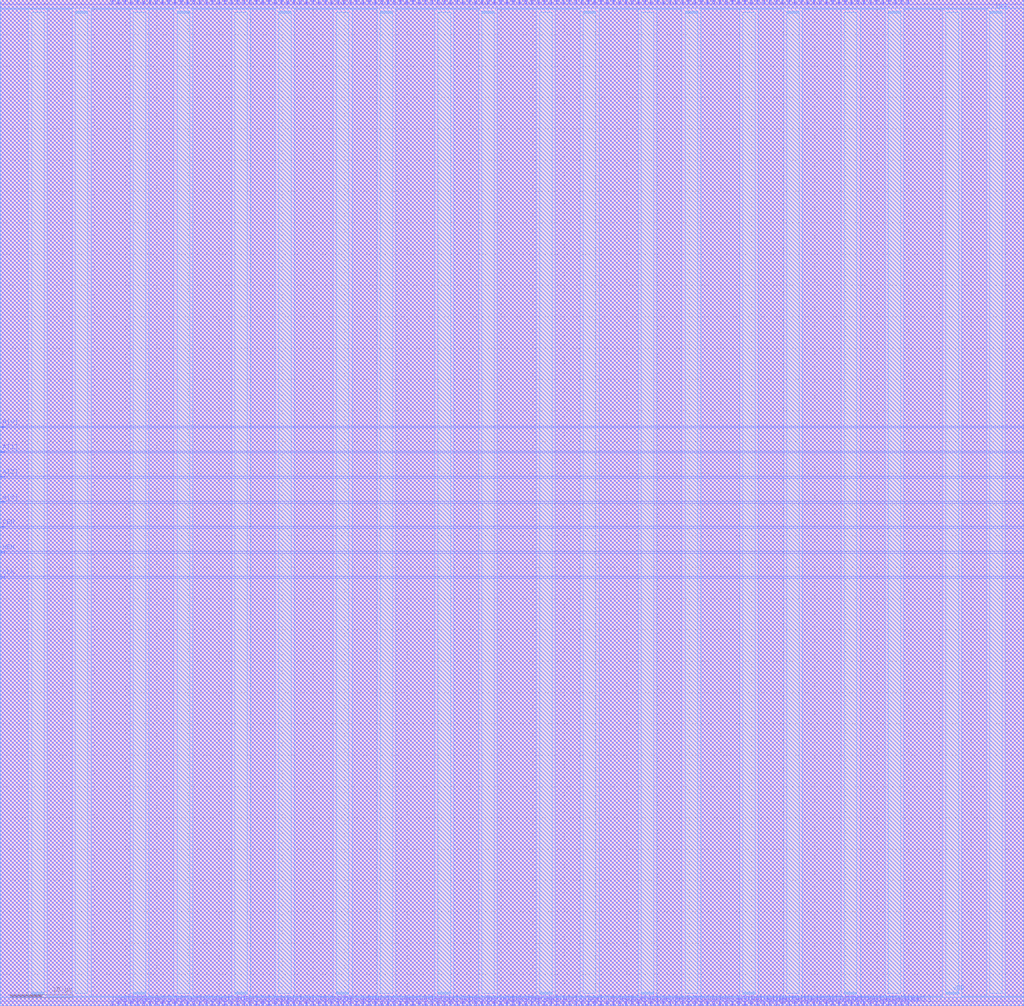
<source format=lef>
##
## LEF for PtnCells ;
## created by Innovus v15.23-s045_1 on Sat Mar 15 19:16:12 2025
##

VERSION 5.8 ;

BUSBITCHARS "[]" ;
DIVIDERCHAR "/" ;

MACRO sram_w8
  CLASS BLOCK ;
  SIZE 163.4000 BY 160.6000 ;
  FOREIGN sram_w8 0.0000 0.0000 ;
  ORIGIN 0 0 ;
  SYMMETRY X Y R90 ;
  PIN CLK
    DIRECTION INPUT ;
    USE SIGNAL ;
    PORT
      LAYER M3 ;
        RECT 0.0000 68.3500 0.6000 68.4500 ;
    END
  END CLK
  PIN D[127]
    DIRECTION INPUT ;
    USE SIGNAL ;
    PORT
      LAYER M2 ;
        RECT 144.8500 0.0000 144.9500 0.6000 ;
    END
  END D[127]
  PIN D[126]
    DIRECTION INPUT ;
    USE SIGNAL ;
    PORT
      LAYER M2 ;
        RECT 143.8500 0.0000 143.9500 0.6000 ;
    END
  END D[126]
  PIN D[125]
    DIRECTION INPUT ;
    USE SIGNAL ;
    PORT
      LAYER M2 ;
        RECT 142.8500 0.0000 142.9500 0.6000 ;
    END
  END D[125]
  PIN D[124]
    DIRECTION INPUT ;
    USE SIGNAL ;
    PORT
      LAYER M2 ;
        RECT 141.8500 0.0000 141.9500 0.6000 ;
    END
  END D[124]
  PIN D[123]
    DIRECTION INPUT ;
    USE SIGNAL ;
    PORT
      LAYER M2 ;
        RECT 140.8500 0.0000 140.9500 0.6000 ;
    END
  END D[123]
  PIN D[122]
    DIRECTION INPUT ;
    USE SIGNAL ;
    PORT
      LAYER M2 ;
        RECT 139.8500 0.0000 139.9500 0.6000 ;
    END
  END D[122]
  PIN D[121]
    DIRECTION INPUT ;
    USE SIGNAL ;
    PORT
      LAYER M2 ;
        RECT 138.8500 0.0000 138.9500 0.6000 ;
    END
  END D[121]
  PIN D[120]
    DIRECTION INPUT ;
    USE SIGNAL ;
    PORT
      LAYER M2 ;
        RECT 137.8500 0.0000 137.9500 0.6000 ;
    END
  END D[120]
  PIN D[119]
    DIRECTION INPUT ;
    USE SIGNAL ;
    PORT
      LAYER M2 ;
        RECT 136.8500 0.0000 136.9500 0.6000 ;
    END
  END D[119]
  PIN D[118]
    DIRECTION INPUT ;
    USE SIGNAL ;
    PORT
      LAYER M2 ;
        RECT 135.8500 0.0000 135.9500 0.6000 ;
    END
  END D[118]
  PIN D[117]
    DIRECTION INPUT ;
    USE SIGNAL ;
    PORT
      LAYER M2 ;
        RECT 134.8500 0.0000 134.9500 0.6000 ;
    END
  END D[117]
  PIN D[116]
    DIRECTION INPUT ;
    USE SIGNAL ;
    PORT
      LAYER M2 ;
        RECT 133.8500 0.0000 133.9500 0.6000 ;
    END
  END D[116]
  PIN D[115]
    DIRECTION INPUT ;
    USE SIGNAL ;
    PORT
      LAYER M2 ;
        RECT 132.8500 0.0000 132.9500 0.6000 ;
    END
  END D[115]
  PIN D[114]
    DIRECTION INPUT ;
    USE SIGNAL ;
    PORT
      LAYER M2 ;
        RECT 131.8500 0.0000 131.9500 0.6000 ;
    END
  END D[114]
  PIN D[113]
    DIRECTION INPUT ;
    USE SIGNAL ;
    PORT
      LAYER M2 ;
        RECT 130.8500 0.0000 130.9500 0.6000 ;
    END
  END D[113]
  PIN D[112]
    DIRECTION INPUT ;
    USE SIGNAL ;
    PORT
      LAYER M2 ;
        RECT 129.8500 0.0000 129.9500 0.6000 ;
    END
  END D[112]
  PIN D[111]
    DIRECTION INPUT ;
    USE SIGNAL ;
    PORT
      LAYER M2 ;
        RECT 128.8500 0.0000 128.9500 0.6000 ;
    END
  END D[111]
  PIN D[110]
    DIRECTION INPUT ;
    USE SIGNAL ;
    PORT
      LAYER M2 ;
        RECT 127.8500 0.0000 127.9500 0.6000 ;
    END
  END D[110]
  PIN D[109]
    DIRECTION INPUT ;
    USE SIGNAL ;
    PORT
      LAYER M2 ;
        RECT 126.8500 0.0000 126.9500 0.6000 ;
    END
  END D[109]
  PIN D[108]
    DIRECTION INPUT ;
    USE SIGNAL ;
    PORT
      LAYER M2 ;
        RECT 125.8500 0.0000 125.9500 0.6000 ;
    END
  END D[108]
  PIN D[107]
    DIRECTION INPUT ;
    USE SIGNAL ;
    PORT
      LAYER M2 ;
        RECT 124.8500 0.0000 124.9500 0.6000 ;
    END
  END D[107]
  PIN D[106]
    DIRECTION INPUT ;
    USE SIGNAL ;
    PORT
      LAYER M2 ;
        RECT 123.8500 0.0000 123.9500 0.6000 ;
    END
  END D[106]
  PIN D[105]
    DIRECTION INPUT ;
    USE SIGNAL ;
    PORT
      LAYER M2 ;
        RECT 122.8500 0.0000 122.9500 0.6000 ;
    END
  END D[105]
  PIN D[104]
    DIRECTION INPUT ;
    USE SIGNAL ;
    PORT
      LAYER M2 ;
        RECT 121.8500 0.0000 121.9500 0.6000 ;
    END
  END D[104]
  PIN D[103]
    DIRECTION INPUT ;
    USE SIGNAL ;
    PORT
      LAYER M2 ;
        RECT 120.8500 0.0000 120.9500 0.6000 ;
    END
  END D[103]
  PIN D[102]
    DIRECTION INPUT ;
    USE SIGNAL ;
    PORT
      LAYER M2 ;
        RECT 119.8500 0.0000 119.9500 0.6000 ;
    END
  END D[102]
  PIN D[101]
    DIRECTION INPUT ;
    USE SIGNAL ;
    PORT
      LAYER M2 ;
        RECT 118.8500 0.0000 118.9500 0.6000 ;
    END
  END D[101]
  PIN D[100]
    DIRECTION INPUT ;
    USE SIGNAL ;
    PORT
      LAYER M2 ;
        RECT 117.8500 0.0000 117.9500 0.6000 ;
    END
  END D[100]
  PIN D[99]
    DIRECTION INPUT ;
    USE SIGNAL ;
    PORT
      LAYER M2 ;
        RECT 116.8500 0.0000 116.9500 0.6000 ;
    END
  END D[99]
  PIN D[98]
    DIRECTION INPUT ;
    USE SIGNAL ;
    PORT
      LAYER M2 ;
        RECT 115.8500 0.0000 115.9500 0.6000 ;
    END
  END D[98]
  PIN D[97]
    DIRECTION INPUT ;
    USE SIGNAL ;
    PORT
      LAYER M2 ;
        RECT 114.8500 0.0000 114.9500 0.6000 ;
    END
  END D[97]
  PIN D[96]
    DIRECTION INPUT ;
    USE SIGNAL ;
    PORT
      LAYER M2 ;
        RECT 113.8500 0.0000 113.9500 0.6000 ;
    END
  END D[96]
  PIN D[95]
    DIRECTION INPUT ;
    USE SIGNAL ;
    PORT
      LAYER M2 ;
        RECT 112.8500 0.0000 112.9500 0.6000 ;
    END
  END D[95]
  PIN D[94]
    DIRECTION INPUT ;
    USE SIGNAL ;
    PORT
      LAYER M2 ;
        RECT 111.8500 0.0000 111.9500 0.6000 ;
    END
  END D[94]
  PIN D[93]
    DIRECTION INPUT ;
    USE SIGNAL ;
    PORT
      LAYER M2 ;
        RECT 110.8500 0.0000 110.9500 0.6000 ;
    END
  END D[93]
  PIN D[92]
    DIRECTION INPUT ;
    USE SIGNAL ;
    PORT
      LAYER M2 ;
        RECT 109.8500 0.0000 109.9500 0.6000 ;
    END
  END D[92]
  PIN D[91]
    DIRECTION INPUT ;
    USE SIGNAL ;
    PORT
      LAYER M2 ;
        RECT 108.8500 0.0000 108.9500 0.6000 ;
    END
  END D[91]
  PIN D[90]
    DIRECTION INPUT ;
    USE SIGNAL ;
    PORT
      LAYER M2 ;
        RECT 107.8500 0.0000 107.9500 0.6000 ;
    END
  END D[90]
  PIN D[89]
    DIRECTION INPUT ;
    USE SIGNAL ;
    PORT
      LAYER M2 ;
        RECT 106.8500 0.0000 106.9500 0.6000 ;
    END
  END D[89]
  PIN D[88]
    DIRECTION INPUT ;
    USE SIGNAL ;
    PORT
      LAYER M2 ;
        RECT 105.8500 0.0000 105.9500 0.6000 ;
    END
  END D[88]
  PIN D[87]
    DIRECTION INPUT ;
    USE SIGNAL ;
    PORT
      LAYER M2 ;
        RECT 104.8500 0.0000 104.9500 0.6000 ;
    END
  END D[87]
  PIN D[86]
    DIRECTION INPUT ;
    USE SIGNAL ;
    PORT
      LAYER M2 ;
        RECT 103.8500 0.0000 103.9500 0.6000 ;
    END
  END D[86]
  PIN D[85]
    DIRECTION INPUT ;
    USE SIGNAL ;
    PORT
      LAYER M2 ;
        RECT 102.8500 0.0000 102.9500 0.6000 ;
    END
  END D[85]
  PIN D[84]
    DIRECTION INPUT ;
    USE SIGNAL ;
    PORT
      LAYER M2 ;
        RECT 101.8500 0.0000 101.9500 0.6000 ;
    END
  END D[84]
  PIN D[83]
    DIRECTION INPUT ;
    USE SIGNAL ;
    PORT
      LAYER M2 ;
        RECT 100.8500 0.0000 100.9500 0.6000 ;
    END
  END D[83]
  PIN D[82]
    DIRECTION INPUT ;
    USE SIGNAL ;
    PORT
      LAYER M2 ;
        RECT 99.8500 0.0000 99.9500 0.6000 ;
    END
  END D[82]
  PIN D[81]
    DIRECTION INPUT ;
    USE SIGNAL ;
    PORT
      LAYER M2 ;
        RECT 98.8500 0.0000 98.9500 0.6000 ;
    END
  END D[81]
  PIN D[80]
    DIRECTION INPUT ;
    USE SIGNAL ;
    PORT
      LAYER M2 ;
        RECT 97.8500 0.0000 97.9500 0.6000 ;
    END
  END D[80]
  PIN D[79]
    DIRECTION INPUT ;
    USE SIGNAL ;
    PORT
      LAYER M2 ;
        RECT 96.8500 0.0000 96.9500 0.6000 ;
    END
  END D[79]
  PIN D[78]
    DIRECTION INPUT ;
    USE SIGNAL ;
    PORT
      LAYER M2 ;
        RECT 95.8500 0.0000 95.9500 0.6000 ;
    END
  END D[78]
  PIN D[77]
    DIRECTION INPUT ;
    USE SIGNAL ;
    PORT
      LAYER M2 ;
        RECT 94.8500 0.0000 94.9500 0.6000 ;
    END
  END D[77]
  PIN D[76]
    DIRECTION INPUT ;
    USE SIGNAL ;
    PORT
      LAYER M2 ;
        RECT 93.8500 0.0000 93.9500 0.6000 ;
    END
  END D[76]
  PIN D[75]
    DIRECTION INPUT ;
    USE SIGNAL ;
    PORT
      LAYER M2 ;
        RECT 92.8500 0.0000 92.9500 0.6000 ;
    END
  END D[75]
  PIN D[74]
    DIRECTION INPUT ;
    USE SIGNAL ;
    PORT
      LAYER M2 ;
        RECT 91.8500 0.0000 91.9500 0.6000 ;
    END
  END D[74]
  PIN D[73]
    DIRECTION INPUT ;
    USE SIGNAL ;
    PORT
      LAYER M2 ;
        RECT 90.8500 0.0000 90.9500 0.6000 ;
    END
  END D[73]
  PIN D[72]
    DIRECTION INPUT ;
    USE SIGNAL ;
    PORT
      LAYER M2 ;
        RECT 89.8500 0.0000 89.9500 0.6000 ;
    END
  END D[72]
  PIN D[71]
    DIRECTION INPUT ;
    USE SIGNAL ;
    PORT
      LAYER M2 ;
        RECT 88.8500 0.0000 88.9500 0.6000 ;
    END
  END D[71]
  PIN D[70]
    DIRECTION INPUT ;
    USE SIGNAL ;
    PORT
      LAYER M2 ;
        RECT 87.8500 0.0000 87.9500 0.6000 ;
    END
  END D[70]
  PIN D[69]
    DIRECTION INPUT ;
    USE SIGNAL ;
    PORT
      LAYER M2 ;
        RECT 86.8500 0.0000 86.9500 0.6000 ;
    END
  END D[69]
  PIN D[68]
    DIRECTION INPUT ;
    USE SIGNAL ;
    PORT
      LAYER M2 ;
        RECT 85.8500 0.0000 85.9500 0.6000 ;
    END
  END D[68]
  PIN D[67]
    DIRECTION INPUT ;
    USE SIGNAL ;
    PORT
      LAYER M2 ;
        RECT 84.8500 0.0000 84.9500 0.6000 ;
    END
  END D[67]
  PIN D[66]
    DIRECTION INPUT ;
    USE SIGNAL ;
    PORT
      LAYER M2 ;
        RECT 83.8500 0.0000 83.9500 0.6000 ;
    END
  END D[66]
  PIN D[65]
    DIRECTION INPUT ;
    USE SIGNAL ;
    PORT
      LAYER M2 ;
        RECT 82.8500 0.0000 82.9500 0.6000 ;
    END
  END D[65]
  PIN D[64]
    DIRECTION INPUT ;
    USE SIGNAL ;
    PORT
      LAYER M2 ;
        RECT 81.8500 0.0000 81.9500 0.6000 ;
    END
  END D[64]
  PIN D[63]
    DIRECTION INPUT ;
    USE SIGNAL ;
    PORT
      LAYER M2 ;
        RECT 80.8500 0.0000 80.9500 0.6000 ;
    END
  END D[63]
  PIN D[62]
    DIRECTION INPUT ;
    USE SIGNAL ;
    PORT
      LAYER M2 ;
        RECT 79.8500 0.0000 79.9500 0.6000 ;
    END
  END D[62]
  PIN D[61]
    DIRECTION INPUT ;
    USE SIGNAL ;
    PORT
      LAYER M2 ;
        RECT 78.8500 0.0000 78.9500 0.6000 ;
    END
  END D[61]
  PIN D[60]
    DIRECTION INPUT ;
    USE SIGNAL ;
    PORT
      LAYER M2 ;
        RECT 77.8500 0.0000 77.9500 0.6000 ;
    END
  END D[60]
  PIN D[59]
    DIRECTION INPUT ;
    USE SIGNAL ;
    PORT
      LAYER M2 ;
        RECT 76.8500 0.0000 76.9500 0.6000 ;
    END
  END D[59]
  PIN D[58]
    DIRECTION INPUT ;
    USE SIGNAL ;
    PORT
      LAYER M2 ;
        RECT 75.8500 0.0000 75.9500 0.6000 ;
    END
  END D[58]
  PIN D[57]
    DIRECTION INPUT ;
    USE SIGNAL ;
    PORT
      LAYER M2 ;
        RECT 74.8500 0.0000 74.9500 0.6000 ;
    END
  END D[57]
  PIN D[56]
    DIRECTION INPUT ;
    USE SIGNAL ;
    PORT
      LAYER M2 ;
        RECT 73.8500 0.0000 73.9500 0.6000 ;
    END
  END D[56]
  PIN D[55]
    DIRECTION INPUT ;
    USE SIGNAL ;
    PORT
      LAYER M2 ;
        RECT 72.8500 0.0000 72.9500 0.6000 ;
    END
  END D[55]
  PIN D[54]
    DIRECTION INPUT ;
    USE SIGNAL ;
    PORT
      LAYER M2 ;
        RECT 71.8500 0.0000 71.9500 0.6000 ;
    END
  END D[54]
  PIN D[53]
    DIRECTION INPUT ;
    USE SIGNAL ;
    PORT
      LAYER M2 ;
        RECT 70.8500 0.0000 70.9500 0.6000 ;
    END
  END D[53]
  PIN D[52]
    DIRECTION INPUT ;
    USE SIGNAL ;
    PORT
      LAYER M2 ;
        RECT 69.8500 0.0000 69.9500 0.6000 ;
    END
  END D[52]
  PIN D[51]
    DIRECTION INPUT ;
    USE SIGNAL ;
    PORT
      LAYER M2 ;
        RECT 68.8500 0.0000 68.9500 0.6000 ;
    END
  END D[51]
  PIN D[50]
    DIRECTION INPUT ;
    USE SIGNAL ;
    PORT
      LAYER M2 ;
        RECT 67.8500 0.0000 67.9500 0.6000 ;
    END
  END D[50]
  PIN D[49]
    DIRECTION INPUT ;
    USE SIGNAL ;
    PORT
      LAYER M2 ;
        RECT 66.8500 0.0000 66.9500 0.6000 ;
    END
  END D[49]
  PIN D[48]
    DIRECTION INPUT ;
    USE SIGNAL ;
    PORT
      LAYER M2 ;
        RECT 65.8500 0.0000 65.9500 0.6000 ;
    END
  END D[48]
  PIN D[47]
    DIRECTION INPUT ;
    USE SIGNAL ;
    PORT
      LAYER M2 ;
        RECT 64.8500 0.0000 64.9500 0.6000 ;
    END
  END D[47]
  PIN D[46]
    DIRECTION INPUT ;
    USE SIGNAL ;
    PORT
      LAYER M2 ;
        RECT 63.8500 0.0000 63.9500 0.6000 ;
    END
  END D[46]
  PIN D[45]
    DIRECTION INPUT ;
    USE SIGNAL ;
    PORT
      LAYER M2 ;
        RECT 62.8500 0.0000 62.9500 0.6000 ;
    END
  END D[45]
  PIN D[44]
    DIRECTION INPUT ;
    USE SIGNAL ;
    PORT
      LAYER M2 ;
        RECT 61.8500 0.0000 61.9500 0.6000 ;
    END
  END D[44]
  PIN D[43]
    DIRECTION INPUT ;
    USE SIGNAL ;
    PORT
      LAYER M2 ;
        RECT 60.8500 0.0000 60.9500 0.6000 ;
    END
  END D[43]
  PIN D[42]
    DIRECTION INPUT ;
    USE SIGNAL ;
    PORT
      LAYER M2 ;
        RECT 59.8500 0.0000 59.9500 0.6000 ;
    END
  END D[42]
  PIN D[41]
    DIRECTION INPUT ;
    USE SIGNAL ;
    PORT
      LAYER M2 ;
        RECT 58.8500 0.0000 58.9500 0.6000 ;
    END
  END D[41]
  PIN D[40]
    DIRECTION INPUT ;
    USE SIGNAL ;
    PORT
      LAYER M2 ;
        RECT 57.8500 0.0000 57.9500 0.6000 ;
    END
  END D[40]
  PIN D[39]
    DIRECTION INPUT ;
    USE SIGNAL ;
    PORT
      LAYER M2 ;
        RECT 56.8500 0.0000 56.9500 0.6000 ;
    END
  END D[39]
  PIN D[38]
    DIRECTION INPUT ;
    USE SIGNAL ;
    PORT
      LAYER M2 ;
        RECT 55.8500 0.0000 55.9500 0.6000 ;
    END
  END D[38]
  PIN D[37]
    DIRECTION INPUT ;
    USE SIGNAL ;
    PORT
      LAYER M2 ;
        RECT 54.8500 0.0000 54.9500 0.6000 ;
    END
  END D[37]
  PIN D[36]
    DIRECTION INPUT ;
    USE SIGNAL ;
    PORT
      LAYER M2 ;
        RECT 53.8500 0.0000 53.9500 0.6000 ;
    END
  END D[36]
  PIN D[35]
    DIRECTION INPUT ;
    USE SIGNAL ;
    PORT
      LAYER M2 ;
        RECT 52.8500 0.0000 52.9500 0.6000 ;
    END
  END D[35]
  PIN D[34]
    DIRECTION INPUT ;
    USE SIGNAL ;
    PORT
      LAYER M2 ;
        RECT 51.8500 0.0000 51.9500 0.6000 ;
    END
  END D[34]
  PIN D[33]
    DIRECTION INPUT ;
    USE SIGNAL ;
    PORT
      LAYER M2 ;
        RECT 50.8500 0.0000 50.9500 0.6000 ;
    END
  END D[33]
  PIN D[32]
    DIRECTION INPUT ;
    USE SIGNAL ;
    PORT
      LAYER M2 ;
        RECT 49.8500 0.0000 49.9500 0.6000 ;
    END
  END D[32]
  PIN D[31]
    DIRECTION INPUT ;
    USE SIGNAL ;
    PORT
      LAYER M2 ;
        RECT 48.8500 0.0000 48.9500 0.6000 ;
    END
  END D[31]
  PIN D[30]
    DIRECTION INPUT ;
    USE SIGNAL ;
    PORT
      LAYER M2 ;
        RECT 47.8500 0.0000 47.9500 0.6000 ;
    END
  END D[30]
  PIN D[29]
    DIRECTION INPUT ;
    USE SIGNAL ;
    PORT
      LAYER M2 ;
        RECT 46.8500 0.0000 46.9500 0.6000 ;
    END
  END D[29]
  PIN D[28]
    DIRECTION INPUT ;
    USE SIGNAL ;
    PORT
      LAYER M2 ;
        RECT 45.8500 0.0000 45.9500 0.6000 ;
    END
  END D[28]
  PIN D[27]
    DIRECTION INPUT ;
    USE SIGNAL ;
    PORT
      LAYER M2 ;
        RECT 44.8500 0.0000 44.9500 0.6000 ;
    END
  END D[27]
  PIN D[26]
    DIRECTION INPUT ;
    USE SIGNAL ;
    PORT
      LAYER M2 ;
        RECT 43.8500 0.0000 43.9500 0.6000 ;
    END
  END D[26]
  PIN D[25]
    DIRECTION INPUT ;
    USE SIGNAL ;
    PORT
      LAYER M2 ;
        RECT 42.8500 0.0000 42.9500 0.6000 ;
    END
  END D[25]
  PIN D[24]
    DIRECTION INPUT ;
    USE SIGNAL ;
    PORT
      LAYER M2 ;
        RECT 41.8500 0.0000 41.9500 0.6000 ;
    END
  END D[24]
  PIN D[23]
    DIRECTION INPUT ;
    USE SIGNAL ;
    PORT
      LAYER M2 ;
        RECT 40.8500 0.0000 40.9500 0.6000 ;
    END
  END D[23]
  PIN D[22]
    DIRECTION INPUT ;
    USE SIGNAL ;
    PORT
      LAYER M2 ;
        RECT 39.8500 0.0000 39.9500 0.6000 ;
    END
  END D[22]
  PIN D[21]
    DIRECTION INPUT ;
    USE SIGNAL ;
    PORT
      LAYER M2 ;
        RECT 38.8500 0.0000 38.9500 0.6000 ;
    END
  END D[21]
  PIN D[20]
    DIRECTION INPUT ;
    USE SIGNAL ;
    PORT
      LAYER M2 ;
        RECT 37.8500 0.0000 37.9500 0.6000 ;
    END
  END D[20]
  PIN D[19]
    DIRECTION INPUT ;
    USE SIGNAL ;
    PORT
      LAYER M2 ;
        RECT 36.8500 0.0000 36.9500 0.6000 ;
    END
  END D[19]
  PIN D[18]
    DIRECTION INPUT ;
    USE SIGNAL ;
    PORT
      LAYER M2 ;
        RECT 35.8500 0.0000 35.9500 0.6000 ;
    END
  END D[18]
  PIN D[17]
    DIRECTION INPUT ;
    USE SIGNAL ;
    PORT
      LAYER M2 ;
        RECT 34.8500 0.0000 34.9500 0.6000 ;
    END
  END D[17]
  PIN D[16]
    DIRECTION INPUT ;
    USE SIGNAL ;
    PORT
      LAYER M2 ;
        RECT 33.8500 0.0000 33.9500 0.6000 ;
    END
  END D[16]
  PIN D[15]
    DIRECTION INPUT ;
    USE SIGNAL ;
    PORT
      LAYER M2 ;
        RECT 32.8500 0.0000 32.9500 0.6000 ;
    END
  END D[15]
  PIN D[14]
    DIRECTION INPUT ;
    USE SIGNAL ;
    PORT
      LAYER M2 ;
        RECT 31.8500 0.0000 31.9500 0.6000 ;
    END
  END D[14]
  PIN D[13]
    DIRECTION INPUT ;
    USE SIGNAL ;
    PORT
      LAYER M2 ;
        RECT 30.8500 0.0000 30.9500 0.6000 ;
    END
  END D[13]
  PIN D[12]
    DIRECTION INPUT ;
    USE SIGNAL ;
    PORT
      LAYER M2 ;
        RECT 29.8500 0.0000 29.9500 0.6000 ;
    END
  END D[12]
  PIN D[11]
    DIRECTION INPUT ;
    USE SIGNAL ;
    PORT
      LAYER M2 ;
        RECT 28.8500 0.0000 28.9500 0.6000 ;
    END
  END D[11]
  PIN D[10]
    DIRECTION INPUT ;
    USE SIGNAL ;
    PORT
      LAYER M2 ;
        RECT 27.8500 0.0000 27.9500 0.6000 ;
    END
  END D[10]
  PIN D[9]
    DIRECTION INPUT ;
    USE SIGNAL ;
    PORT
      LAYER M2 ;
        RECT 26.8500 0.0000 26.9500 0.6000 ;
    END
  END D[9]
  PIN D[8]
    DIRECTION INPUT ;
    USE SIGNAL ;
    PORT
      LAYER M2 ;
        RECT 25.8500 0.0000 25.9500 0.6000 ;
    END
  END D[8]
  PIN D[7]
    DIRECTION INPUT ;
    USE SIGNAL ;
    PORT
      LAYER M2 ;
        RECT 24.8500 0.0000 24.9500 0.6000 ;
    END
  END D[7]
  PIN D[6]
    DIRECTION INPUT ;
    USE SIGNAL ;
    PORT
      LAYER M2 ;
        RECT 23.8500 0.0000 23.9500 0.6000 ;
    END
  END D[6]
  PIN D[5]
    DIRECTION INPUT ;
    USE SIGNAL ;
    PORT
      LAYER M2 ;
        RECT 22.8500 0.0000 22.9500 0.6000 ;
    END
  END D[5]
  PIN D[4]
    DIRECTION INPUT ;
    USE SIGNAL ;
    PORT
      LAYER M2 ;
        RECT 21.8500 0.0000 21.9500 0.6000 ;
    END
  END D[4]
  PIN D[3]
    DIRECTION INPUT ;
    USE SIGNAL ;
    PORT
      LAYER M2 ;
        RECT 20.8500 0.0000 20.9500 0.6000 ;
    END
  END D[3]
  PIN D[2]
    DIRECTION INPUT ;
    USE SIGNAL ;
    PORT
      LAYER M2 ;
        RECT 19.8500 0.0000 19.9500 0.6000 ;
    END
  END D[2]
  PIN D[1]
    DIRECTION INPUT ;
    USE SIGNAL ;
    PORT
      LAYER M2 ;
        RECT 18.8500 0.0000 18.9500 0.6000 ;
    END
  END D[1]
  PIN D[0]
    DIRECTION INPUT ;
    USE SIGNAL ;
    PORT
      LAYER M2 ;
        RECT 17.8500 0.0000 17.9500 0.6000 ;
    END
  END D[0]
  PIN Q[127]
    DIRECTION OUTPUT ;
    USE SIGNAL ;
    PORT
      LAYER M2 ;
        RECT 144.8500 160.0000 144.9500 160.6000 ;
    END
  END Q[127]
  PIN Q[126]
    DIRECTION OUTPUT ;
    USE SIGNAL ;
    PORT
      LAYER M2 ;
        RECT 143.8500 160.0000 143.9500 160.6000 ;
    END
  END Q[126]
  PIN Q[125]
    DIRECTION OUTPUT ;
    USE SIGNAL ;
    PORT
      LAYER M2 ;
        RECT 142.8500 160.0000 142.9500 160.6000 ;
    END
  END Q[125]
  PIN Q[124]
    DIRECTION OUTPUT ;
    USE SIGNAL ;
    PORT
      LAYER M2 ;
        RECT 141.8500 160.0000 141.9500 160.6000 ;
    END
  END Q[124]
  PIN Q[123]
    DIRECTION OUTPUT ;
    USE SIGNAL ;
    PORT
      LAYER M2 ;
        RECT 140.8500 160.0000 140.9500 160.6000 ;
    END
  END Q[123]
  PIN Q[122]
    DIRECTION OUTPUT ;
    USE SIGNAL ;
    PORT
      LAYER M2 ;
        RECT 139.8500 160.0000 139.9500 160.6000 ;
    END
  END Q[122]
  PIN Q[121]
    DIRECTION OUTPUT ;
    USE SIGNAL ;
    PORT
      LAYER M2 ;
        RECT 138.8500 160.0000 138.9500 160.6000 ;
    END
  END Q[121]
  PIN Q[120]
    DIRECTION OUTPUT ;
    USE SIGNAL ;
    PORT
      LAYER M2 ;
        RECT 137.8500 160.0000 137.9500 160.6000 ;
    END
  END Q[120]
  PIN Q[119]
    DIRECTION OUTPUT ;
    USE SIGNAL ;
    PORT
      LAYER M2 ;
        RECT 136.8500 160.0000 136.9500 160.6000 ;
    END
  END Q[119]
  PIN Q[118]
    DIRECTION OUTPUT ;
    USE SIGNAL ;
    PORT
      LAYER M2 ;
        RECT 135.8500 160.0000 135.9500 160.6000 ;
    END
  END Q[118]
  PIN Q[117]
    DIRECTION OUTPUT ;
    USE SIGNAL ;
    PORT
      LAYER M2 ;
        RECT 134.8500 160.0000 134.9500 160.6000 ;
    END
  END Q[117]
  PIN Q[116]
    DIRECTION OUTPUT ;
    USE SIGNAL ;
    PORT
      LAYER M2 ;
        RECT 133.8500 160.0000 133.9500 160.6000 ;
    END
  END Q[116]
  PIN Q[115]
    DIRECTION OUTPUT ;
    USE SIGNAL ;
    PORT
      LAYER M2 ;
        RECT 132.8500 160.0000 132.9500 160.6000 ;
    END
  END Q[115]
  PIN Q[114]
    DIRECTION OUTPUT ;
    USE SIGNAL ;
    PORT
      LAYER M2 ;
        RECT 131.8500 160.0000 131.9500 160.6000 ;
    END
  END Q[114]
  PIN Q[113]
    DIRECTION OUTPUT ;
    USE SIGNAL ;
    PORT
      LAYER M2 ;
        RECT 130.8500 160.0000 130.9500 160.6000 ;
    END
  END Q[113]
  PIN Q[112]
    DIRECTION OUTPUT ;
    USE SIGNAL ;
    PORT
      LAYER M2 ;
        RECT 129.8500 160.0000 129.9500 160.6000 ;
    END
  END Q[112]
  PIN Q[111]
    DIRECTION OUTPUT ;
    USE SIGNAL ;
    PORT
      LAYER M2 ;
        RECT 128.8500 160.0000 128.9500 160.6000 ;
    END
  END Q[111]
  PIN Q[110]
    DIRECTION OUTPUT ;
    USE SIGNAL ;
    PORT
      LAYER M2 ;
        RECT 127.8500 160.0000 127.9500 160.6000 ;
    END
  END Q[110]
  PIN Q[109]
    DIRECTION OUTPUT ;
    USE SIGNAL ;
    PORT
      LAYER M2 ;
        RECT 126.8500 160.0000 126.9500 160.6000 ;
    END
  END Q[109]
  PIN Q[108]
    DIRECTION OUTPUT ;
    USE SIGNAL ;
    PORT
      LAYER M2 ;
        RECT 125.8500 160.0000 125.9500 160.6000 ;
    END
  END Q[108]
  PIN Q[107]
    DIRECTION OUTPUT ;
    USE SIGNAL ;
    PORT
      LAYER M2 ;
        RECT 124.8500 160.0000 124.9500 160.6000 ;
    END
  END Q[107]
  PIN Q[106]
    DIRECTION OUTPUT ;
    USE SIGNAL ;
    PORT
      LAYER M2 ;
        RECT 123.8500 160.0000 123.9500 160.6000 ;
    END
  END Q[106]
  PIN Q[105]
    DIRECTION OUTPUT ;
    USE SIGNAL ;
    PORT
      LAYER M2 ;
        RECT 122.8500 160.0000 122.9500 160.6000 ;
    END
  END Q[105]
  PIN Q[104]
    DIRECTION OUTPUT ;
    USE SIGNAL ;
    PORT
      LAYER M2 ;
        RECT 121.8500 160.0000 121.9500 160.6000 ;
    END
  END Q[104]
  PIN Q[103]
    DIRECTION OUTPUT ;
    USE SIGNAL ;
    PORT
      LAYER M2 ;
        RECT 120.8500 160.0000 120.9500 160.6000 ;
    END
  END Q[103]
  PIN Q[102]
    DIRECTION OUTPUT ;
    USE SIGNAL ;
    PORT
      LAYER M2 ;
        RECT 119.8500 160.0000 119.9500 160.6000 ;
    END
  END Q[102]
  PIN Q[101]
    DIRECTION OUTPUT ;
    USE SIGNAL ;
    PORT
      LAYER M2 ;
        RECT 118.8500 160.0000 118.9500 160.6000 ;
    END
  END Q[101]
  PIN Q[100]
    DIRECTION OUTPUT ;
    USE SIGNAL ;
    PORT
      LAYER M2 ;
        RECT 117.8500 160.0000 117.9500 160.6000 ;
    END
  END Q[100]
  PIN Q[99]
    DIRECTION OUTPUT ;
    USE SIGNAL ;
    PORT
      LAYER M2 ;
        RECT 116.8500 160.0000 116.9500 160.6000 ;
    END
  END Q[99]
  PIN Q[98]
    DIRECTION OUTPUT ;
    USE SIGNAL ;
    PORT
      LAYER M2 ;
        RECT 115.8500 160.0000 115.9500 160.6000 ;
    END
  END Q[98]
  PIN Q[97]
    DIRECTION OUTPUT ;
    USE SIGNAL ;
    PORT
      LAYER M2 ;
        RECT 114.8500 160.0000 114.9500 160.6000 ;
    END
  END Q[97]
  PIN Q[96]
    DIRECTION OUTPUT ;
    USE SIGNAL ;
    PORT
      LAYER M2 ;
        RECT 113.8500 160.0000 113.9500 160.6000 ;
    END
  END Q[96]
  PIN Q[95]
    DIRECTION OUTPUT ;
    USE SIGNAL ;
    PORT
      LAYER M2 ;
        RECT 112.8500 160.0000 112.9500 160.6000 ;
    END
  END Q[95]
  PIN Q[94]
    DIRECTION OUTPUT ;
    USE SIGNAL ;
    PORT
      LAYER M2 ;
        RECT 111.8500 160.0000 111.9500 160.6000 ;
    END
  END Q[94]
  PIN Q[93]
    DIRECTION OUTPUT ;
    USE SIGNAL ;
    PORT
      LAYER M2 ;
        RECT 110.8500 160.0000 110.9500 160.6000 ;
    END
  END Q[93]
  PIN Q[92]
    DIRECTION OUTPUT ;
    USE SIGNAL ;
    PORT
      LAYER M2 ;
        RECT 109.8500 160.0000 109.9500 160.6000 ;
    END
  END Q[92]
  PIN Q[91]
    DIRECTION OUTPUT ;
    USE SIGNAL ;
    PORT
      LAYER M2 ;
        RECT 108.8500 160.0000 108.9500 160.6000 ;
    END
  END Q[91]
  PIN Q[90]
    DIRECTION OUTPUT ;
    USE SIGNAL ;
    PORT
      LAYER M2 ;
        RECT 107.8500 160.0000 107.9500 160.6000 ;
    END
  END Q[90]
  PIN Q[89]
    DIRECTION OUTPUT ;
    USE SIGNAL ;
    PORT
      LAYER M2 ;
        RECT 106.8500 160.0000 106.9500 160.6000 ;
    END
  END Q[89]
  PIN Q[88]
    DIRECTION OUTPUT ;
    USE SIGNAL ;
    PORT
      LAYER M2 ;
        RECT 105.8500 160.0000 105.9500 160.6000 ;
    END
  END Q[88]
  PIN Q[87]
    DIRECTION OUTPUT ;
    USE SIGNAL ;
    PORT
      LAYER M2 ;
        RECT 104.8500 160.0000 104.9500 160.6000 ;
    END
  END Q[87]
  PIN Q[86]
    DIRECTION OUTPUT ;
    USE SIGNAL ;
    PORT
      LAYER M2 ;
        RECT 103.8500 160.0000 103.9500 160.6000 ;
    END
  END Q[86]
  PIN Q[85]
    DIRECTION OUTPUT ;
    USE SIGNAL ;
    PORT
      LAYER M2 ;
        RECT 102.8500 160.0000 102.9500 160.6000 ;
    END
  END Q[85]
  PIN Q[84]
    DIRECTION OUTPUT ;
    USE SIGNAL ;
    PORT
      LAYER M2 ;
        RECT 101.8500 160.0000 101.9500 160.6000 ;
    END
  END Q[84]
  PIN Q[83]
    DIRECTION OUTPUT ;
    USE SIGNAL ;
    PORT
      LAYER M2 ;
        RECT 100.8500 160.0000 100.9500 160.6000 ;
    END
  END Q[83]
  PIN Q[82]
    DIRECTION OUTPUT ;
    USE SIGNAL ;
    PORT
      LAYER M2 ;
        RECT 99.8500 160.0000 99.9500 160.6000 ;
    END
  END Q[82]
  PIN Q[81]
    DIRECTION OUTPUT ;
    USE SIGNAL ;
    PORT
      LAYER M2 ;
        RECT 98.8500 160.0000 98.9500 160.6000 ;
    END
  END Q[81]
  PIN Q[80]
    DIRECTION OUTPUT ;
    USE SIGNAL ;
    PORT
      LAYER M2 ;
        RECT 97.8500 160.0000 97.9500 160.6000 ;
    END
  END Q[80]
  PIN Q[79]
    DIRECTION OUTPUT ;
    USE SIGNAL ;
    PORT
      LAYER M2 ;
        RECT 96.8500 160.0000 96.9500 160.6000 ;
    END
  END Q[79]
  PIN Q[78]
    DIRECTION OUTPUT ;
    USE SIGNAL ;
    PORT
      LAYER M2 ;
        RECT 95.8500 160.0000 95.9500 160.6000 ;
    END
  END Q[78]
  PIN Q[77]
    DIRECTION OUTPUT ;
    USE SIGNAL ;
    PORT
      LAYER M2 ;
        RECT 94.8500 160.0000 94.9500 160.6000 ;
    END
  END Q[77]
  PIN Q[76]
    DIRECTION OUTPUT ;
    USE SIGNAL ;
    PORT
      LAYER M2 ;
        RECT 93.8500 160.0000 93.9500 160.6000 ;
    END
  END Q[76]
  PIN Q[75]
    DIRECTION OUTPUT ;
    USE SIGNAL ;
    PORT
      LAYER M2 ;
        RECT 92.8500 160.0000 92.9500 160.6000 ;
    END
  END Q[75]
  PIN Q[74]
    DIRECTION OUTPUT ;
    USE SIGNAL ;
    PORT
      LAYER M2 ;
        RECT 91.8500 160.0000 91.9500 160.6000 ;
    END
  END Q[74]
  PIN Q[73]
    DIRECTION OUTPUT ;
    USE SIGNAL ;
    PORT
      LAYER M2 ;
        RECT 90.8500 160.0000 90.9500 160.6000 ;
    END
  END Q[73]
  PIN Q[72]
    DIRECTION OUTPUT ;
    USE SIGNAL ;
    PORT
      LAYER M2 ;
        RECT 89.8500 160.0000 89.9500 160.6000 ;
    END
  END Q[72]
  PIN Q[71]
    DIRECTION OUTPUT ;
    USE SIGNAL ;
    PORT
      LAYER M2 ;
        RECT 88.8500 160.0000 88.9500 160.6000 ;
    END
  END Q[71]
  PIN Q[70]
    DIRECTION OUTPUT ;
    USE SIGNAL ;
    PORT
      LAYER M2 ;
        RECT 87.8500 160.0000 87.9500 160.6000 ;
    END
  END Q[70]
  PIN Q[69]
    DIRECTION OUTPUT ;
    USE SIGNAL ;
    PORT
      LAYER M2 ;
        RECT 86.8500 160.0000 86.9500 160.6000 ;
    END
  END Q[69]
  PIN Q[68]
    DIRECTION OUTPUT ;
    USE SIGNAL ;
    PORT
      LAYER M2 ;
        RECT 85.8500 160.0000 85.9500 160.6000 ;
    END
  END Q[68]
  PIN Q[67]
    DIRECTION OUTPUT ;
    USE SIGNAL ;
    PORT
      LAYER M2 ;
        RECT 84.8500 160.0000 84.9500 160.6000 ;
    END
  END Q[67]
  PIN Q[66]
    DIRECTION OUTPUT ;
    USE SIGNAL ;
    PORT
      LAYER M2 ;
        RECT 83.8500 160.0000 83.9500 160.6000 ;
    END
  END Q[66]
  PIN Q[65]
    DIRECTION OUTPUT ;
    USE SIGNAL ;
    PORT
      LAYER M2 ;
        RECT 82.8500 160.0000 82.9500 160.6000 ;
    END
  END Q[65]
  PIN Q[64]
    DIRECTION OUTPUT ;
    USE SIGNAL ;
    PORT
      LAYER M2 ;
        RECT 81.8500 160.0000 81.9500 160.6000 ;
    END
  END Q[64]
  PIN Q[63]
    DIRECTION OUTPUT ;
    USE SIGNAL ;
    PORT
      LAYER M2 ;
        RECT 80.8500 160.0000 80.9500 160.6000 ;
    END
  END Q[63]
  PIN Q[62]
    DIRECTION OUTPUT ;
    USE SIGNAL ;
    PORT
      LAYER M2 ;
        RECT 79.8500 160.0000 79.9500 160.6000 ;
    END
  END Q[62]
  PIN Q[61]
    DIRECTION OUTPUT ;
    USE SIGNAL ;
    PORT
      LAYER M2 ;
        RECT 78.8500 160.0000 78.9500 160.6000 ;
    END
  END Q[61]
  PIN Q[60]
    DIRECTION OUTPUT ;
    USE SIGNAL ;
    PORT
      LAYER M2 ;
        RECT 77.8500 160.0000 77.9500 160.6000 ;
    END
  END Q[60]
  PIN Q[59]
    DIRECTION OUTPUT ;
    USE SIGNAL ;
    PORT
      LAYER M2 ;
        RECT 76.8500 160.0000 76.9500 160.6000 ;
    END
  END Q[59]
  PIN Q[58]
    DIRECTION OUTPUT ;
    USE SIGNAL ;
    PORT
      LAYER M2 ;
        RECT 75.8500 160.0000 75.9500 160.6000 ;
    END
  END Q[58]
  PIN Q[57]
    DIRECTION OUTPUT ;
    USE SIGNAL ;
    PORT
      LAYER M2 ;
        RECT 74.8500 160.0000 74.9500 160.6000 ;
    END
  END Q[57]
  PIN Q[56]
    DIRECTION OUTPUT ;
    USE SIGNAL ;
    PORT
      LAYER M2 ;
        RECT 73.8500 160.0000 73.9500 160.6000 ;
    END
  END Q[56]
  PIN Q[55]
    DIRECTION OUTPUT ;
    USE SIGNAL ;
    PORT
      LAYER M2 ;
        RECT 72.8500 160.0000 72.9500 160.6000 ;
    END
  END Q[55]
  PIN Q[54]
    DIRECTION OUTPUT ;
    USE SIGNAL ;
    PORT
      LAYER M2 ;
        RECT 71.8500 160.0000 71.9500 160.6000 ;
    END
  END Q[54]
  PIN Q[53]
    DIRECTION OUTPUT ;
    USE SIGNAL ;
    PORT
      LAYER M2 ;
        RECT 70.8500 160.0000 70.9500 160.6000 ;
    END
  END Q[53]
  PIN Q[52]
    DIRECTION OUTPUT ;
    USE SIGNAL ;
    PORT
      LAYER M2 ;
        RECT 69.8500 160.0000 69.9500 160.6000 ;
    END
  END Q[52]
  PIN Q[51]
    DIRECTION OUTPUT ;
    USE SIGNAL ;
    PORT
      LAYER M2 ;
        RECT 68.8500 160.0000 68.9500 160.6000 ;
    END
  END Q[51]
  PIN Q[50]
    DIRECTION OUTPUT ;
    USE SIGNAL ;
    PORT
      LAYER M2 ;
        RECT 67.8500 160.0000 67.9500 160.6000 ;
    END
  END Q[50]
  PIN Q[49]
    DIRECTION OUTPUT ;
    USE SIGNAL ;
    PORT
      LAYER M2 ;
        RECT 66.8500 160.0000 66.9500 160.6000 ;
    END
  END Q[49]
  PIN Q[48]
    DIRECTION OUTPUT ;
    USE SIGNAL ;
    PORT
      LAYER M2 ;
        RECT 65.8500 160.0000 65.9500 160.6000 ;
    END
  END Q[48]
  PIN Q[47]
    DIRECTION OUTPUT ;
    USE SIGNAL ;
    PORT
      LAYER M2 ;
        RECT 64.8500 160.0000 64.9500 160.6000 ;
    END
  END Q[47]
  PIN Q[46]
    DIRECTION OUTPUT ;
    USE SIGNAL ;
    PORT
      LAYER M2 ;
        RECT 63.8500 160.0000 63.9500 160.6000 ;
    END
  END Q[46]
  PIN Q[45]
    DIRECTION OUTPUT ;
    USE SIGNAL ;
    PORT
      LAYER M2 ;
        RECT 62.8500 160.0000 62.9500 160.6000 ;
    END
  END Q[45]
  PIN Q[44]
    DIRECTION OUTPUT ;
    USE SIGNAL ;
    PORT
      LAYER M2 ;
        RECT 61.8500 160.0000 61.9500 160.6000 ;
    END
  END Q[44]
  PIN Q[43]
    DIRECTION OUTPUT ;
    USE SIGNAL ;
    PORT
      LAYER M2 ;
        RECT 60.8500 160.0000 60.9500 160.6000 ;
    END
  END Q[43]
  PIN Q[42]
    DIRECTION OUTPUT ;
    USE SIGNAL ;
    PORT
      LAYER M2 ;
        RECT 59.8500 160.0000 59.9500 160.6000 ;
    END
  END Q[42]
  PIN Q[41]
    DIRECTION OUTPUT ;
    USE SIGNAL ;
    PORT
      LAYER M2 ;
        RECT 58.8500 160.0000 58.9500 160.6000 ;
    END
  END Q[41]
  PIN Q[40]
    DIRECTION OUTPUT ;
    USE SIGNAL ;
    PORT
      LAYER M2 ;
        RECT 57.8500 160.0000 57.9500 160.6000 ;
    END
  END Q[40]
  PIN Q[39]
    DIRECTION OUTPUT ;
    USE SIGNAL ;
    PORT
      LAYER M2 ;
        RECT 56.8500 160.0000 56.9500 160.6000 ;
    END
  END Q[39]
  PIN Q[38]
    DIRECTION OUTPUT ;
    USE SIGNAL ;
    PORT
      LAYER M2 ;
        RECT 55.8500 160.0000 55.9500 160.6000 ;
    END
  END Q[38]
  PIN Q[37]
    DIRECTION OUTPUT ;
    USE SIGNAL ;
    PORT
      LAYER M2 ;
        RECT 54.8500 160.0000 54.9500 160.6000 ;
    END
  END Q[37]
  PIN Q[36]
    DIRECTION OUTPUT ;
    USE SIGNAL ;
    PORT
      LAYER M2 ;
        RECT 53.8500 160.0000 53.9500 160.6000 ;
    END
  END Q[36]
  PIN Q[35]
    DIRECTION OUTPUT ;
    USE SIGNAL ;
    PORT
      LAYER M2 ;
        RECT 52.8500 160.0000 52.9500 160.6000 ;
    END
  END Q[35]
  PIN Q[34]
    DIRECTION OUTPUT ;
    USE SIGNAL ;
    PORT
      LAYER M2 ;
        RECT 51.8500 160.0000 51.9500 160.6000 ;
    END
  END Q[34]
  PIN Q[33]
    DIRECTION OUTPUT ;
    USE SIGNAL ;
    PORT
      LAYER M2 ;
        RECT 50.8500 160.0000 50.9500 160.6000 ;
    END
  END Q[33]
  PIN Q[32]
    DIRECTION OUTPUT ;
    USE SIGNAL ;
    PORT
      LAYER M2 ;
        RECT 49.8500 160.0000 49.9500 160.6000 ;
    END
  END Q[32]
  PIN Q[31]
    DIRECTION OUTPUT ;
    USE SIGNAL ;
    PORT
      LAYER M2 ;
        RECT 48.8500 160.0000 48.9500 160.6000 ;
    END
  END Q[31]
  PIN Q[30]
    DIRECTION OUTPUT ;
    USE SIGNAL ;
    PORT
      LAYER M2 ;
        RECT 47.8500 160.0000 47.9500 160.6000 ;
    END
  END Q[30]
  PIN Q[29]
    DIRECTION OUTPUT ;
    USE SIGNAL ;
    PORT
      LAYER M2 ;
        RECT 46.8500 160.0000 46.9500 160.6000 ;
    END
  END Q[29]
  PIN Q[28]
    DIRECTION OUTPUT ;
    USE SIGNAL ;
    PORT
      LAYER M2 ;
        RECT 45.8500 160.0000 45.9500 160.6000 ;
    END
  END Q[28]
  PIN Q[27]
    DIRECTION OUTPUT ;
    USE SIGNAL ;
    PORT
      LAYER M2 ;
        RECT 44.8500 160.0000 44.9500 160.6000 ;
    END
  END Q[27]
  PIN Q[26]
    DIRECTION OUTPUT ;
    USE SIGNAL ;
    PORT
      LAYER M2 ;
        RECT 43.8500 160.0000 43.9500 160.6000 ;
    END
  END Q[26]
  PIN Q[25]
    DIRECTION OUTPUT ;
    USE SIGNAL ;
    PORT
      LAYER M2 ;
        RECT 42.8500 160.0000 42.9500 160.6000 ;
    END
  END Q[25]
  PIN Q[24]
    DIRECTION OUTPUT ;
    USE SIGNAL ;
    PORT
      LAYER M2 ;
        RECT 41.8500 160.0000 41.9500 160.6000 ;
    END
  END Q[24]
  PIN Q[23]
    DIRECTION OUTPUT ;
    USE SIGNAL ;
    PORT
      LAYER M2 ;
        RECT 40.8500 160.0000 40.9500 160.6000 ;
    END
  END Q[23]
  PIN Q[22]
    DIRECTION OUTPUT ;
    USE SIGNAL ;
    PORT
      LAYER M2 ;
        RECT 39.8500 160.0000 39.9500 160.6000 ;
    END
  END Q[22]
  PIN Q[21]
    DIRECTION OUTPUT ;
    USE SIGNAL ;
    PORT
      LAYER M2 ;
        RECT 38.8500 160.0000 38.9500 160.6000 ;
    END
  END Q[21]
  PIN Q[20]
    DIRECTION OUTPUT ;
    USE SIGNAL ;
    PORT
      LAYER M2 ;
        RECT 37.8500 160.0000 37.9500 160.6000 ;
    END
  END Q[20]
  PIN Q[19]
    DIRECTION OUTPUT ;
    USE SIGNAL ;
    PORT
      LAYER M2 ;
        RECT 36.8500 160.0000 36.9500 160.6000 ;
    END
  END Q[19]
  PIN Q[18]
    DIRECTION OUTPUT ;
    USE SIGNAL ;
    PORT
      LAYER M2 ;
        RECT 35.8500 160.0000 35.9500 160.6000 ;
    END
  END Q[18]
  PIN Q[17]
    DIRECTION OUTPUT ;
    USE SIGNAL ;
    PORT
      LAYER M2 ;
        RECT 34.8500 160.0000 34.9500 160.6000 ;
    END
  END Q[17]
  PIN Q[16]
    DIRECTION OUTPUT ;
    USE SIGNAL ;
    PORT
      LAYER M2 ;
        RECT 33.8500 160.0000 33.9500 160.6000 ;
    END
  END Q[16]
  PIN Q[15]
    DIRECTION OUTPUT ;
    USE SIGNAL ;
    PORT
      LAYER M2 ;
        RECT 32.8500 160.0000 32.9500 160.6000 ;
    END
  END Q[15]
  PIN Q[14]
    DIRECTION OUTPUT ;
    USE SIGNAL ;
    PORT
      LAYER M2 ;
        RECT 31.8500 160.0000 31.9500 160.6000 ;
    END
  END Q[14]
  PIN Q[13]
    DIRECTION OUTPUT ;
    USE SIGNAL ;
    PORT
      LAYER M2 ;
        RECT 30.8500 160.0000 30.9500 160.6000 ;
    END
  END Q[13]
  PIN Q[12]
    DIRECTION OUTPUT ;
    USE SIGNAL ;
    PORT
      LAYER M2 ;
        RECT 29.8500 160.0000 29.9500 160.6000 ;
    END
  END Q[12]
  PIN Q[11]
    DIRECTION OUTPUT ;
    USE SIGNAL ;
    PORT
      LAYER M2 ;
        RECT 28.8500 160.0000 28.9500 160.6000 ;
    END
  END Q[11]
  PIN Q[10]
    DIRECTION OUTPUT ;
    USE SIGNAL ;
    PORT
      LAYER M2 ;
        RECT 27.8500 160.0000 27.9500 160.6000 ;
    END
  END Q[10]
  PIN Q[9]
    DIRECTION OUTPUT ;
    USE SIGNAL ;
    PORT
      LAYER M2 ;
        RECT 26.8500 160.0000 26.9500 160.6000 ;
    END
  END Q[9]
  PIN Q[8]
    DIRECTION OUTPUT ;
    USE SIGNAL ;
    PORT
      LAYER M2 ;
        RECT 25.8500 160.0000 25.9500 160.6000 ;
    END
  END Q[8]
  PIN Q[7]
    DIRECTION OUTPUT ;
    USE SIGNAL ;
    PORT
      LAYER M2 ;
        RECT 24.8500 160.0000 24.9500 160.6000 ;
    END
  END Q[7]
  PIN Q[6]
    DIRECTION OUTPUT ;
    USE SIGNAL ;
    PORT
      LAYER M2 ;
        RECT 23.8500 160.0000 23.9500 160.6000 ;
    END
  END Q[6]
  PIN Q[5]
    DIRECTION OUTPUT ;
    USE SIGNAL ;
    PORT
      LAYER M2 ;
        RECT 22.8500 160.0000 22.9500 160.6000 ;
    END
  END Q[5]
  PIN Q[4]
    DIRECTION OUTPUT ;
    USE SIGNAL ;
    PORT
      LAYER M2 ;
        RECT 21.8500 160.0000 21.9500 160.6000 ;
    END
  END Q[4]
  PIN Q[3]
    DIRECTION OUTPUT ;
    USE SIGNAL ;
    PORT
      LAYER M2 ;
        RECT 20.8500 160.0000 20.9500 160.6000 ;
    END
  END Q[3]
  PIN Q[2]
    DIRECTION OUTPUT ;
    USE SIGNAL ;
    PORT
      LAYER M2 ;
        RECT 19.8500 160.0000 19.9500 160.6000 ;
    END
  END Q[2]
  PIN Q[1]
    DIRECTION OUTPUT ;
    USE SIGNAL ;
    PORT
      LAYER M2 ;
        RECT 18.8500 160.0000 18.9500 160.6000 ;
    END
  END Q[1]
  PIN Q[0]
    DIRECTION OUTPUT ;
    USE SIGNAL ;
    PORT
      LAYER M2 ;
        RECT 17.8500 160.0000 17.9500 160.6000 ;
    END
  END Q[0]
  PIN CEN
    DIRECTION INPUT ;
    USE SIGNAL ;
    PORT
      LAYER M3 ;
        RECT 0.0000 76.3500 0.6000 76.4500 ;
    END
  END CEN
  PIN WEN
    DIRECTION INPUT ;
    USE SIGNAL ;
    PORT
      LAYER M3 ;
        RECT 0.0000 72.3500 0.6000 72.4500 ;
    END
  END WEN
  PIN A[3]
    DIRECTION INPUT ;
    USE SIGNAL ;
    PORT
      LAYER M3 ;
        RECT 0.0000 80.3500 0.6000 80.4500 ;
    END
  END A[3]
  PIN A[2]
    DIRECTION INPUT ;
    USE SIGNAL ;
    PORT
      LAYER M3 ;
        RECT 0.0000 84.3500 0.6000 84.4500 ;
    END
  END A[2]
  PIN A[1]
    DIRECTION INPUT ;
    USE SIGNAL ;
    PORT
      LAYER M3 ;
        RECT 0.0000 88.3500 0.6000 88.4500 ;
    END
  END A[1]
  PIN A[0]
    DIRECTION INPUT ;
    USE SIGNAL ;
    PORT
      LAYER M3 ;
        RECT 0.0000 92.3500 0.6000 92.4500 ;
    END
  END A[0]
  PIN VSS
    DIRECTION INOUT ;
    USE GROUND ;

# P/G power stripe data as pin
    PORT
      LAYER M4 ;
        RECT 157.9800 2.0000 159.9800 158.6000 ;
        RECT 141.7600 2.0000 143.7600 158.6000 ;
        RECT 125.5400 2.0000 127.5400 158.6000 ;
        RECT 109.3200 2.0000 111.3200 158.6000 ;
        RECT 93.1000 2.0000 95.1000 158.6000 ;
        RECT 76.8800 2.0000 78.8800 158.6000 ;
        RECT 60.6600 2.0000 62.6600 158.6000 ;
        RECT 44.4400 2.0000 46.4400 158.6000 ;
        RECT 28.2200 2.0000 30.2200 158.6000 ;
        RECT 12.0000 2.0000 14.0000 158.6000 ;
        RECT 12.0000 158.4350 14.0000 158.7650 ;
        RECT 28.2200 158.4350 30.2200 158.7650 ;
        RECT 60.6600 158.4350 62.6600 158.7650 ;
        RECT 44.4400 158.4350 46.4400 158.7650 ;
        RECT 76.8800 158.4350 78.8800 158.7650 ;
        RECT 93.1000 158.4350 95.1000 158.7650 ;
        RECT 109.3200 158.4350 111.3200 158.7650 ;
        RECT 141.7600 158.4350 143.7600 158.7650 ;
        RECT 125.5400 158.4350 127.5400 158.7650 ;
        RECT 157.9800 158.4350 159.9800 158.7650 ;
    END
# end of P/G power stripe data as pin

  END VSS
  PIN VDD
    DIRECTION INOUT ;
    USE POWER ;

# P/G power stripe data as pin
    PORT
      LAYER M4 ;
        RECT 150.9800 2.0000 152.9800 158.6000 ;
        RECT 134.7600 2.0000 136.7600 158.6000 ;
        RECT 118.5400 2.0000 120.5400 158.6000 ;
        RECT 102.3200 2.0000 104.3200 158.6000 ;
        RECT 86.1000 2.0000 88.1000 158.6000 ;
        RECT 69.8800 2.0000 71.8800 158.6000 ;
        RECT 53.6600 2.0000 55.6600 158.6000 ;
        RECT 37.4400 2.0000 39.4400 158.6000 ;
        RECT 21.2200 2.0000 23.2200 158.6000 ;
        RECT 5.0000 2.0000 7.0000 158.6000 ;
        RECT 5.0000 1.8350 7.0000 2.1650 ;
        RECT 21.2200 1.8350 23.2200 2.1650 ;
        RECT 37.4400 1.8350 39.4400 2.1650 ;
        RECT 53.6600 1.8350 55.6600 2.1650 ;
        RECT 69.8800 1.8350 71.8800 2.1650 ;
        RECT 86.1000 1.8350 88.1000 2.1650 ;
        RECT 102.3200 1.8350 104.3200 2.1650 ;
        RECT 118.5400 1.8350 120.5400 2.1650 ;
        RECT 134.7600 1.8350 136.7600 2.1650 ;
        RECT 150.9800 1.8350 152.9800 2.1650 ;
    END
# end of P/G power stripe data as pin

  END VDD
  OBS
    LAYER M1 ;
      RECT 0.0000 0.0000 163.4000 160.6000 ;
    LAYER M2 ;
      RECT 145.0500 159.9000 163.4000 160.6000 ;
      RECT 144.0500 159.9000 144.7500 160.6000 ;
      RECT 143.0500 159.9000 143.7500 160.6000 ;
      RECT 142.0500 159.9000 142.7500 160.6000 ;
      RECT 141.0500 159.9000 141.7500 160.6000 ;
      RECT 140.0500 159.9000 140.7500 160.6000 ;
      RECT 139.0500 159.9000 139.7500 160.6000 ;
      RECT 138.0500 159.9000 138.7500 160.6000 ;
      RECT 137.0500 159.9000 137.7500 160.6000 ;
      RECT 136.0500 159.9000 136.7500 160.6000 ;
      RECT 135.0500 159.9000 135.7500 160.6000 ;
      RECT 134.0500 159.9000 134.7500 160.6000 ;
      RECT 133.0500 159.9000 133.7500 160.6000 ;
      RECT 132.0500 159.9000 132.7500 160.6000 ;
      RECT 131.0500 159.9000 131.7500 160.6000 ;
      RECT 130.0500 159.9000 130.7500 160.6000 ;
      RECT 129.0500 159.9000 129.7500 160.6000 ;
      RECT 128.0500 159.9000 128.7500 160.6000 ;
      RECT 127.0500 159.9000 127.7500 160.6000 ;
      RECT 126.0500 159.9000 126.7500 160.6000 ;
      RECT 125.0500 159.9000 125.7500 160.6000 ;
      RECT 124.0500 159.9000 124.7500 160.6000 ;
      RECT 123.0500 159.9000 123.7500 160.6000 ;
      RECT 122.0500 159.9000 122.7500 160.6000 ;
      RECT 121.0500 159.9000 121.7500 160.6000 ;
      RECT 120.0500 159.9000 120.7500 160.6000 ;
      RECT 119.0500 159.9000 119.7500 160.6000 ;
      RECT 118.0500 159.9000 118.7500 160.6000 ;
      RECT 117.0500 159.9000 117.7500 160.6000 ;
      RECT 116.0500 159.9000 116.7500 160.6000 ;
      RECT 115.0500 159.9000 115.7500 160.6000 ;
      RECT 114.0500 159.9000 114.7500 160.6000 ;
      RECT 113.0500 159.9000 113.7500 160.6000 ;
      RECT 112.0500 159.9000 112.7500 160.6000 ;
      RECT 111.0500 159.9000 111.7500 160.6000 ;
      RECT 110.0500 159.9000 110.7500 160.6000 ;
      RECT 109.0500 159.9000 109.7500 160.6000 ;
      RECT 108.0500 159.9000 108.7500 160.6000 ;
      RECT 107.0500 159.9000 107.7500 160.6000 ;
      RECT 106.0500 159.9000 106.7500 160.6000 ;
      RECT 105.0500 159.9000 105.7500 160.6000 ;
      RECT 104.0500 159.9000 104.7500 160.6000 ;
      RECT 103.0500 159.9000 103.7500 160.6000 ;
      RECT 102.0500 159.9000 102.7500 160.6000 ;
      RECT 101.0500 159.9000 101.7500 160.6000 ;
      RECT 100.0500 159.9000 100.7500 160.6000 ;
      RECT 99.0500 159.9000 99.7500 160.6000 ;
      RECT 98.0500 159.9000 98.7500 160.6000 ;
      RECT 97.0500 159.9000 97.7500 160.6000 ;
      RECT 96.0500 159.9000 96.7500 160.6000 ;
      RECT 95.0500 159.9000 95.7500 160.6000 ;
      RECT 94.0500 159.9000 94.7500 160.6000 ;
      RECT 93.0500 159.9000 93.7500 160.6000 ;
      RECT 92.0500 159.9000 92.7500 160.6000 ;
      RECT 91.0500 159.9000 91.7500 160.6000 ;
      RECT 90.0500 159.9000 90.7500 160.6000 ;
      RECT 89.0500 159.9000 89.7500 160.6000 ;
      RECT 88.0500 159.9000 88.7500 160.6000 ;
      RECT 87.0500 159.9000 87.7500 160.6000 ;
      RECT 86.0500 159.9000 86.7500 160.6000 ;
      RECT 85.0500 159.9000 85.7500 160.6000 ;
      RECT 84.0500 159.9000 84.7500 160.6000 ;
      RECT 83.0500 159.9000 83.7500 160.6000 ;
      RECT 82.0500 159.9000 82.7500 160.6000 ;
      RECT 81.0500 159.9000 81.7500 160.6000 ;
      RECT 80.0500 159.9000 80.7500 160.6000 ;
      RECT 79.0500 159.9000 79.7500 160.6000 ;
      RECT 78.0500 159.9000 78.7500 160.6000 ;
      RECT 77.0500 159.9000 77.7500 160.6000 ;
      RECT 76.0500 159.9000 76.7500 160.6000 ;
      RECT 75.0500 159.9000 75.7500 160.6000 ;
      RECT 74.0500 159.9000 74.7500 160.6000 ;
      RECT 73.0500 159.9000 73.7500 160.6000 ;
      RECT 72.0500 159.9000 72.7500 160.6000 ;
      RECT 71.0500 159.9000 71.7500 160.6000 ;
      RECT 70.0500 159.9000 70.7500 160.6000 ;
      RECT 69.0500 159.9000 69.7500 160.6000 ;
      RECT 68.0500 159.9000 68.7500 160.6000 ;
      RECT 67.0500 159.9000 67.7500 160.6000 ;
      RECT 66.0500 159.9000 66.7500 160.6000 ;
      RECT 65.0500 159.9000 65.7500 160.6000 ;
      RECT 64.0500 159.9000 64.7500 160.6000 ;
      RECT 63.0500 159.9000 63.7500 160.6000 ;
      RECT 62.0500 159.9000 62.7500 160.6000 ;
      RECT 61.0500 159.9000 61.7500 160.6000 ;
      RECT 60.0500 159.9000 60.7500 160.6000 ;
      RECT 59.0500 159.9000 59.7500 160.6000 ;
      RECT 58.0500 159.9000 58.7500 160.6000 ;
      RECT 57.0500 159.9000 57.7500 160.6000 ;
      RECT 56.0500 159.9000 56.7500 160.6000 ;
      RECT 55.0500 159.9000 55.7500 160.6000 ;
      RECT 54.0500 159.9000 54.7500 160.6000 ;
      RECT 53.0500 159.9000 53.7500 160.6000 ;
      RECT 52.0500 159.9000 52.7500 160.6000 ;
      RECT 51.0500 159.9000 51.7500 160.6000 ;
      RECT 50.0500 159.9000 50.7500 160.6000 ;
      RECT 49.0500 159.9000 49.7500 160.6000 ;
      RECT 48.0500 159.9000 48.7500 160.6000 ;
      RECT 47.0500 159.9000 47.7500 160.6000 ;
      RECT 46.0500 159.9000 46.7500 160.6000 ;
      RECT 45.0500 159.9000 45.7500 160.6000 ;
      RECT 44.0500 159.9000 44.7500 160.6000 ;
      RECT 43.0500 159.9000 43.7500 160.6000 ;
      RECT 42.0500 159.9000 42.7500 160.6000 ;
      RECT 41.0500 159.9000 41.7500 160.6000 ;
      RECT 40.0500 159.9000 40.7500 160.6000 ;
      RECT 39.0500 159.9000 39.7500 160.6000 ;
      RECT 38.0500 159.9000 38.7500 160.6000 ;
      RECT 37.0500 159.9000 37.7500 160.6000 ;
      RECT 36.0500 159.9000 36.7500 160.6000 ;
      RECT 35.0500 159.9000 35.7500 160.6000 ;
      RECT 34.0500 159.9000 34.7500 160.6000 ;
      RECT 33.0500 159.9000 33.7500 160.6000 ;
      RECT 32.0500 159.9000 32.7500 160.6000 ;
      RECT 31.0500 159.9000 31.7500 160.6000 ;
      RECT 30.0500 159.9000 30.7500 160.6000 ;
      RECT 29.0500 159.9000 29.7500 160.6000 ;
      RECT 28.0500 159.9000 28.7500 160.6000 ;
      RECT 27.0500 159.9000 27.7500 160.6000 ;
      RECT 26.0500 159.9000 26.7500 160.6000 ;
      RECT 25.0500 159.9000 25.7500 160.6000 ;
      RECT 24.0500 159.9000 24.7500 160.6000 ;
      RECT 23.0500 159.9000 23.7500 160.6000 ;
      RECT 22.0500 159.9000 22.7500 160.6000 ;
      RECT 21.0500 159.9000 21.7500 160.6000 ;
      RECT 20.0500 159.9000 20.7500 160.6000 ;
      RECT 19.0500 159.9000 19.7500 160.6000 ;
      RECT 18.0500 159.9000 18.7500 160.6000 ;
      RECT 0.0000 159.9000 17.7500 160.6000 ;
      RECT 0.0000 0.7000 163.4000 159.9000 ;
      RECT 145.0500 0.0000 163.4000 0.7000 ;
      RECT 144.0500 0.0000 144.7500 0.7000 ;
      RECT 143.0500 0.0000 143.7500 0.7000 ;
      RECT 142.0500 0.0000 142.7500 0.7000 ;
      RECT 141.0500 0.0000 141.7500 0.7000 ;
      RECT 140.0500 0.0000 140.7500 0.7000 ;
      RECT 139.0500 0.0000 139.7500 0.7000 ;
      RECT 138.0500 0.0000 138.7500 0.7000 ;
      RECT 137.0500 0.0000 137.7500 0.7000 ;
      RECT 136.0500 0.0000 136.7500 0.7000 ;
      RECT 135.0500 0.0000 135.7500 0.7000 ;
      RECT 134.0500 0.0000 134.7500 0.7000 ;
      RECT 133.0500 0.0000 133.7500 0.7000 ;
      RECT 132.0500 0.0000 132.7500 0.7000 ;
      RECT 131.0500 0.0000 131.7500 0.7000 ;
      RECT 130.0500 0.0000 130.7500 0.7000 ;
      RECT 129.0500 0.0000 129.7500 0.7000 ;
      RECT 128.0500 0.0000 128.7500 0.7000 ;
      RECT 127.0500 0.0000 127.7500 0.7000 ;
      RECT 126.0500 0.0000 126.7500 0.7000 ;
      RECT 125.0500 0.0000 125.7500 0.7000 ;
      RECT 124.0500 0.0000 124.7500 0.7000 ;
      RECT 123.0500 0.0000 123.7500 0.7000 ;
      RECT 122.0500 0.0000 122.7500 0.7000 ;
      RECT 121.0500 0.0000 121.7500 0.7000 ;
      RECT 120.0500 0.0000 120.7500 0.7000 ;
      RECT 119.0500 0.0000 119.7500 0.7000 ;
      RECT 118.0500 0.0000 118.7500 0.7000 ;
      RECT 117.0500 0.0000 117.7500 0.7000 ;
      RECT 116.0500 0.0000 116.7500 0.7000 ;
      RECT 115.0500 0.0000 115.7500 0.7000 ;
      RECT 114.0500 0.0000 114.7500 0.7000 ;
      RECT 113.0500 0.0000 113.7500 0.7000 ;
      RECT 112.0500 0.0000 112.7500 0.7000 ;
      RECT 111.0500 0.0000 111.7500 0.7000 ;
      RECT 110.0500 0.0000 110.7500 0.7000 ;
      RECT 109.0500 0.0000 109.7500 0.7000 ;
      RECT 108.0500 0.0000 108.7500 0.7000 ;
      RECT 107.0500 0.0000 107.7500 0.7000 ;
      RECT 106.0500 0.0000 106.7500 0.7000 ;
      RECT 105.0500 0.0000 105.7500 0.7000 ;
      RECT 104.0500 0.0000 104.7500 0.7000 ;
      RECT 103.0500 0.0000 103.7500 0.7000 ;
      RECT 102.0500 0.0000 102.7500 0.7000 ;
      RECT 101.0500 0.0000 101.7500 0.7000 ;
      RECT 100.0500 0.0000 100.7500 0.7000 ;
      RECT 99.0500 0.0000 99.7500 0.7000 ;
      RECT 98.0500 0.0000 98.7500 0.7000 ;
      RECT 97.0500 0.0000 97.7500 0.7000 ;
      RECT 96.0500 0.0000 96.7500 0.7000 ;
      RECT 95.0500 0.0000 95.7500 0.7000 ;
      RECT 94.0500 0.0000 94.7500 0.7000 ;
      RECT 93.0500 0.0000 93.7500 0.7000 ;
      RECT 92.0500 0.0000 92.7500 0.7000 ;
      RECT 91.0500 0.0000 91.7500 0.7000 ;
      RECT 90.0500 0.0000 90.7500 0.7000 ;
      RECT 89.0500 0.0000 89.7500 0.7000 ;
      RECT 88.0500 0.0000 88.7500 0.7000 ;
      RECT 87.0500 0.0000 87.7500 0.7000 ;
      RECT 86.0500 0.0000 86.7500 0.7000 ;
      RECT 85.0500 0.0000 85.7500 0.7000 ;
      RECT 84.0500 0.0000 84.7500 0.7000 ;
      RECT 83.0500 0.0000 83.7500 0.7000 ;
      RECT 82.0500 0.0000 82.7500 0.7000 ;
      RECT 81.0500 0.0000 81.7500 0.7000 ;
      RECT 80.0500 0.0000 80.7500 0.7000 ;
      RECT 79.0500 0.0000 79.7500 0.7000 ;
      RECT 78.0500 0.0000 78.7500 0.7000 ;
      RECT 77.0500 0.0000 77.7500 0.7000 ;
      RECT 76.0500 0.0000 76.7500 0.7000 ;
      RECT 75.0500 0.0000 75.7500 0.7000 ;
      RECT 74.0500 0.0000 74.7500 0.7000 ;
      RECT 73.0500 0.0000 73.7500 0.7000 ;
      RECT 72.0500 0.0000 72.7500 0.7000 ;
      RECT 71.0500 0.0000 71.7500 0.7000 ;
      RECT 70.0500 0.0000 70.7500 0.7000 ;
      RECT 69.0500 0.0000 69.7500 0.7000 ;
      RECT 68.0500 0.0000 68.7500 0.7000 ;
      RECT 67.0500 0.0000 67.7500 0.7000 ;
      RECT 66.0500 0.0000 66.7500 0.7000 ;
      RECT 65.0500 0.0000 65.7500 0.7000 ;
      RECT 64.0500 0.0000 64.7500 0.7000 ;
      RECT 63.0500 0.0000 63.7500 0.7000 ;
      RECT 62.0500 0.0000 62.7500 0.7000 ;
      RECT 61.0500 0.0000 61.7500 0.7000 ;
      RECT 60.0500 0.0000 60.7500 0.7000 ;
      RECT 59.0500 0.0000 59.7500 0.7000 ;
      RECT 58.0500 0.0000 58.7500 0.7000 ;
      RECT 57.0500 0.0000 57.7500 0.7000 ;
      RECT 56.0500 0.0000 56.7500 0.7000 ;
      RECT 55.0500 0.0000 55.7500 0.7000 ;
      RECT 54.0500 0.0000 54.7500 0.7000 ;
      RECT 53.0500 0.0000 53.7500 0.7000 ;
      RECT 52.0500 0.0000 52.7500 0.7000 ;
      RECT 51.0500 0.0000 51.7500 0.7000 ;
      RECT 50.0500 0.0000 50.7500 0.7000 ;
      RECT 49.0500 0.0000 49.7500 0.7000 ;
      RECT 48.0500 0.0000 48.7500 0.7000 ;
      RECT 47.0500 0.0000 47.7500 0.7000 ;
      RECT 46.0500 0.0000 46.7500 0.7000 ;
      RECT 45.0500 0.0000 45.7500 0.7000 ;
      RECT 44.0500 0.0000 44.7500 0.7000 ;
      RECT 43.0500 0.0000 43.7500 0.7000 ;
      RECT 42.0500 0.0000 42.7500 0.7000 ;
      RECT 41.0500 0.0000 41.7500 0.7000 ;
      RECT 40.0500 0.0000 40.7500 0.7000 ;
      RECT 39.0500 0.0000 39.7500 0.7000 ;
      RECT 38.0500 0.0000 38.7500 0.7000 ;
      RECT 37.0500 0.0000 37.7500 0.7000 ;
      RECT 36.0500 0.0000 36.7500 0.7000 ;
      RECT 35.0500 0.0000 35.7500 0.7000 ;
      RECT 34.0500 0.0000 34.7500 0.7000 ;
      RECT 33.0500 0.0000 33.7500 0.7000 ;
      RECT 32.0500 0.0000 32.7500 0.7000 ;
      RECT 31.0500 0.0000 31.7500 0.7000 ;
      RECT 30.0500 0.0000 30.7500 0.7000 ;
      RECT 29.0500 0.0000 29.7500 0.7000 ;
      RECT 28.0500 0.0000 28.7500 0.7000 ;
      RECT 27.0500 0.0000 27.7500 0.7000 ;
      RECT 26.0500 0.0000 26.7500 0.7000 ;
      RECT 25.0500 0.0000 25.7500 0.7000 ;
      RECT 24.0500 0.0000 24.7500 0.7000 ;
      RECT 23.0500 0.0000 23.7500 0.7000 ;
      RECT 22.0500 0.0000 22.7500 0.7000 ;
      RECT 21.0500 0.0000 21.7500 0.7000 ;
      RECT 20.0500 0.0000 20.7500 0.7000 ;
      RECT 19.0500 0.0000 19.7500 0.7000 ;
      RECT 18.0500 0.0000 18.7500 0.7000 ;
      RECT 0.0000 0.0000 17.7500 0.7000 ;
    LAYER M3 ;
      RECT 0.0000 92.5500 163.4000 160.6000 ;
      RECT 0.7000 92.2500 163.4000 92.5500 ;
      RECT 0.0000 88.5500 163.4000 92.2500 ;
      RECT 0.7000 88.2500 163.4000 88.5500 ;
      RECT 0.0000 84.5500 163.4000 88.2500 ;
      RECT 0.7000 84.2500 163.4000 84.5500 ;
      RECT 0.0000 80.5500 163.4000 84.2500 ;
      RECT 0.7000 80.2500 163.4000 80.5500 ;
      RECT 0.0000 76.5500 163.4000 80.2500 ;
      RECT 0.7000 76.2500 163.4000 76.5500 ;
      RECT 0.0000 72.5500 163.4000 76.2500 ;
      RECT 0.7000 72.2500 163.4000 72.5500 ;
      RECT 0.0000 68.5500 163.4000 72.2500 ;
      RECT 0.7000 68.2500 163.4000 68.5500 ;
      RECT 0.0000 0.0000 163.4000 68.2500 ;
    LAYER M4 ;
      RECT 0.0000 159.2650 163.4000 160.6000 ;
      RECT 144.2600 159.1000 157.4800 159.2650 ;
      RECT 128.0400 159.1000 141.2600 159.2650 ;
      RECT 111.8200 159.1000 125.0400 159.2650 ;
      RECT 95.6000 159.1000 108.8200 159.2650 ;
      RECT 79.3800 159.1000 92.6000 159.2650 ;
      RECT 63.1600 159.1000 76.3800 159.2650 ;
      RECT 46.9400 159.1000 60.1600 159.2650 ;
      RECT 30.7200 159.1000 43.9400 159.2650 ;
      RECT 14.5000 159.1000 27.7200 159.2650 ;
      RECT 0.0000 159.1000 11.5000 159.2650 ;
      RECT 160.4800 1.5000 163.4000 159.2650 ;
      RECT 153.4800 1.5000 157.4800 159.1000 ;
      RECT 144.2600 1.5000 150.4800 159.1000 ;
      RECT 137.2600 1.5000 141.2600 159.1000 ;
      RECT 128.0400 1.5000 134.2600 159.1000 ;
      RECT 121.0400 1.5000 125.0400 159.1000 ;
      RECT 111.8200 1.5000 118.0400 159.1000 ;
      RECT 104.8200 1.5000 108.8200 159.1000 ;
      RECT 95.6000 1.5000 101.8200 159.1000 ;
      RECT 88.6000 1.5000 92.6000 159.1000 ;
      RECT 79.3800 1.5000 85.6000 159.1000 ;
      RECT 72.3800 1.5000 76.3800 159.1000 ;
      RECT 63.1600 1.5000 69.3800 159.1000 ;
      RECT 56.1600 1.5000 60.1600 159.1000 ;
      RECT 46.9400 1.5000 53.1600 159.1000 ;
      RECT 39.9400 1.5000 43.9400 159.1000 ;
      RECT 30.7200 1.5000 36.9400 159.1000 ;
      RECT 23.7200 1.5000 27.7200 159.1000 ;
      RECT 14.5000 1.5000 20.7200 159.1000 ;
      RECT 7.5000 1.5000 11.5000 159.1000 ;
      RECT 153.4800 1.3350 163.4000 1.5000 ;
      RECT 137.2600 1.3350 150.4800 1.5000 ;
      RECT 121.0400 1.3350 134.2600 1.5000 ;
      RECT 104.8200 1.3350 118.0400 1.5000 ;
      RECT 88.6000 1.3350 101.8200 1.5000 ;
      RECT 72.3800 1.3350 85.6000 1.5000 ;
      RECT 56.1600 1.3350 69.3800 1.5000 ;
      RECT 39.9400 1.3350 53.1600 1.5000 ;
      RECT 23.7200 1.3350 36.9400 1.5000 ;
      RECT 7.5000 1.3350 20.7200 1.5000 ;
      RECT 0.0000 1.3350 4.5000 159.1000 ;
      RECT 0.0000 0.0000 163.4000 1.3350 ;
  END
END sram_w8

END LIBRARY

</source>
